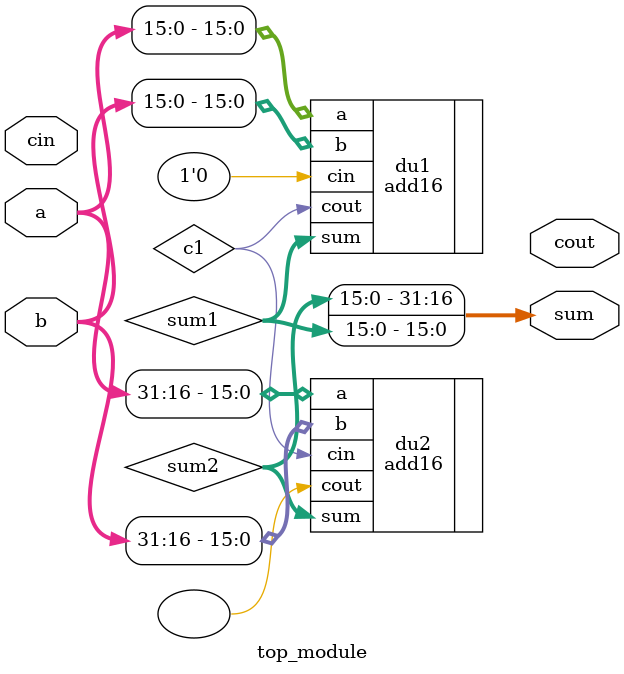
<source format=v>
module top_module(
    input [31:0] a,
    input [31:0] b,
    input cin,
    output [31:0] sum,
    output cout
);
    wire[15:0] sum1,sum2;
    wire c1;
    add16 du1(.a(a[15:0]),.b(b[15:0]),.sum(sum1),.cin(1'b0),.cout(c1));
    add16 du2(.a(a[31:16]),.b(b[31:16]),.sum(sum2),.cin(c1),.cout());
    assign sum = {sum2,sum1};
endmodule

</source>
